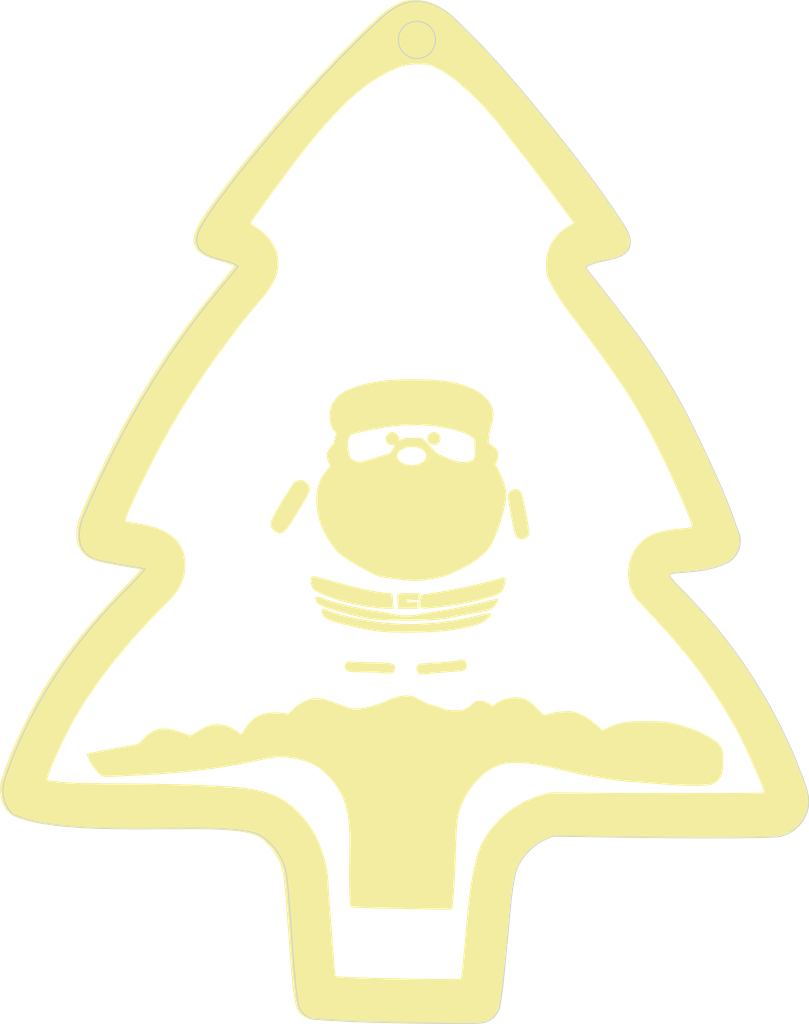
<source format=kicad_pcb>
(kicad_pcb (version 20221018) (generator pcbnew)
  (layers (0 "F.Cu" signal) (31 "B.Cu" signal) (34 "B.Paste" user) (35 "F.Paste" user) (36 "B.SilkS" user "B.Silkscreen") (37 "F.SilkS" user "F.Silkscreen") (38 "B.Mask" user) (39 "F.Mask" user) (44 "Edge.Cuts" user))
  (net 0 "")
  (footprint "LOGO" (layer "F.Cu") (at 150.76456 91.939249)
    (fp_text reference "G***" hide)
    (fp_text value "LOGO" hide)
  )
  (footprint "LOGO" (layer "F.Cu") (at 150.76456 91.939249)
    (fp_text reference "G***" hide)
    (fp_text value "LOGO" hide)
  )
  (footprint "LOGO" (layer "F.Cu") (at 150.76456 91.939249)
    (fp_text reference "G***" hide)
    (fp_text value "LOGO" hide)
  )
  (footprint "LOGO" (layer "F.Cu") (at 150.76456 91.939249)
    (fp_text reference "G***" hide)
    (fp_text value "LOGO" hide)
  )
  (footprint "LOGO" (layer "F.Cu") (at 150.76456 91.939249)
    (fp_text reference "G***" hide)
    (fp_text value "LOGO" hide)
  )
  (footprint "LOGO" (layer "F.Cu") (at 150.76456 91.939249)
    (fp_text reference "G***" hide)
    (fp_text value "LOGO" hide)
  )
  (gr_line (start 143.805779 142.106054) (end 144.11878 142.165056) (stroke (width 0.1)) (layer "Edge.Cuts"))
  (gr_line (start 132.604922 66.476062) (end 132.646726 66.621318) (stroke (width 0.1)) (layer "Edge.Cuts"))
  (gr_line (start 121.682406 96.643815) (end 121.859148 96.815265) (stroke (width 0.1)) (layer "Edge.Cuts"))
  (gr_line (start 188.583276 111.651757) (end 188.019979 110.660629) (stroke (width 0.1)) (layer "Edge.Cuts"))
  (gr_line (start 191.924695 119.003725) (end 191.759331 118.556579) (stroke (width 0.1)) (layer "Edge.Cuts"))
  (gr_line (start 184.529865 97.539958) (end 184.712162 97.416398) (stroke (width 0.1)) (layer "Edge.Cuts"))
  (gr_line (start 153.722085 44.786103) (end 153.809662 44.770784) (stroke (width 0.1)) (layer "Edge.Cuts"))
  (gr_line (start 186.843908 124.420797) (end 189.214836 124.368145) (stroke (width 0.1)) (layer "Edge.Cuts"))
  (gr_line (start 179.148247 98.600407) (end 179.283448 98.578975) (stroke (width 0.1)) (layer "Edge.Cuts"))
  (gr_line (start 142.00635 136.348199) (end 142.096837 137.46712) (stroke (width 0.1)) (layer "Edge.Cuts"))
  (gr_line (start 117.00323 122.918495) (end 117.559145 123.024593) (stroke (width 0.1)) (layer "Edge.Cuts"))
  (gr_line (start 132.988303 67.142282) (end 133.176421 67.312144) (stroke (width 0.1)) (layer "Edge.Cuts"))
  (gr_line (start 189.214836 124.368145) (end 189.56779 124.317081) (stroke (width 0.1)) (layer "Edge.Cuts"))
  (gr_line (start 155.91442 43.219216) (end 155.47627 43.043004) (stroke (width 0.1)) (layer "Edge.Cuts"))
  (gr_line (start 183.474972 104.111671) (end 182.741813 103.238282) (stroke (width 0.1)) (layer "Edge.Cuts"))
  (gr_line (start 134.816042 123.565136) (end 135.752401 123.630223) (stroke (width 0.1)) (layer "Edge.Cuts"))
  (gr_line (start 155.424147 45.348236) (end 155.48262 45.416181) (stroke (width 0.1)) (layer "Edge.Cuts"))
  (gr_line (start 153.537935 48.301512) (end 153.453533 48.272963) (stroke (width 0.1)) (layer "Edge.Cuts"))
  (gr_line (start 167.166076 124.381639) (end 167.476961 124.275276) (stroke (width 0.1)) (layer "Edge.Cuts"))
  (gr_line (start 173.836743 67.737064) (end 174.056876 67.631231) (stroke (width 0.1)) (layer "Edge.Cuts"))
  (gr_line (start 164.897277 52.204719) (end 163.130127 50.141289) (stroke (width 0.1)) (layer "Edge.Cuts"))
  (gr_line (start 154.702365 48.272963) (end 154.617963 48.301512) (stroke (width 0.1)) (layer "Edge.Cuts"))
  (gr_line (start 137.597338 123.854589) (end 138.051098 123.956189) (stroke (width 0.1)) (layer "Edge.Cuts"))
  (gr_line (start 173.3724 67.896872) (end 173.607879 67.824377) (stroke (width 0.1)) (layer "Edge.Cuts"))
  (gr_line (start 192.361257 121.082553) (end 192.360199 120.728541) (stroke (width 0.1)) (layer "Edge.Cuts"))
  (gr_line (start 162.759446 135.966935) (end 162.918725 134.449287) (stroke (width 0.1)) (layer "Edge.Cuts"))
  (gr_line (start 191.065329 116.782021) (end 190.614215 115.734537) (stroke (width 0.1)) (layer "Edge.Cuts"))
  (gr_line (start 172.005828 61.282827) (end 170.871561 59.731312) (stroke (width 0.1)) (layer "Edge.Cuts"))
  (gr_line (start 155.891401 46.660726) (end 155.884522 46.752934) (stroke (width 0.1)) (layer "Edge.Cuts"))
  (gr_line (start 149.231318 45.717726) (end 148.32274 46.598285) (stroke (width 0.1)) (layer "Edge.Cuts"))
  (gr_line (start 182.741813 103.238282) (end 181.98828 102.382356) (stroke (width 0.1)) (layer "Edge.Cuts"))
  (gr_line (start 185.666513 95.31508) (end 185.640849 95.09918) (stroke (width 0.1)) (layer "Edge.Cuts"))
  (gr_line (start 152.431449 43.164394) (end 152.178772 43.289463) (stroke (width 0.1)) (layer "Edge.Cuts"))
  (gr_line (start 174.912273 66.486645) (end 174.921004 66.308845) (stroke (width 0.1)) (layer "Edge.Cuts"))
  (gr_line (start 142.341576 139.698084) (end 142.508528 140.80801) (stroke (width 0.1)) (layer "Edge.Cuts"))
  (gr_line (start 190.614215 115.734537) (end 190.140347 114.697372) (stroke (width 0.1)) (layer "Edge.Cuts"))
  (gr_line (start 134.213587 62.898635) (end 133.776231 63.53628) (stroke (width 0.1)) (layer "Edge.Cuts"))
  (gr_line (start 150.151537 44.849047) (end 149.231318 45.717726) (stroke (width 0.1)) (layer "Edge.Cuts"))
  (gr_line (start 152.340432 46.039062) (end 152.368214 45.954898) (stroke (width 0.1)) (layer "Edge.Cuts"))
  (gr_line (start 154.082976 42.809377) (end 153.791141 42.81197) (stroke (width 0.1)) (layer "Edge.Cuts"))
  (gr_line (start 154.773009 44.889185) (end 154.853971 44.925088) (stroke (width 0.1)) (layer "Edge.Cuts"))
  (gr_line (start 144.11878 142.165056) (end 144.280176 142.173258) (stroke (width 0.1)) (layer "Edge.Cuts"))
  (gr_line (start 121.306434 123.434432) (end 122.669566 123.501107) (stroke (width 0.1)) (layer "Edge.Cuts"))
  (gr_line (start 176.632591 76.792947) (end 175.712636 75.49014) (stroke (width 0.1)) (layer "Edge.Cuts"))
  (gr_line (start 155.583691 47.582534) (end 155.533155 47.653706) (stroke (width 0.1)) (layer "Edge.Cuts"))
  (gr_line (start 185.405105 96.581374) (end 185.495064 96.382407) (stroke (width 0.1)) (layer "Edge.Cuts"))
  (gr_line (start 146.536804 48.389909) (end 144.790557 50.220797) (stroke (width 0.1)) (layer "Edge.Cuts"))
  (gr_line (start 155.158506 45.10736) (end 155.228885 45.162287) (stroke (width 0.1)) (layer "Edge.Cuts"))
  (gr_line (start 124.067358 123.541323) (end 125.484993 123.560373) (stroke (width 0.1)) (layer "Edge.Cuts"))
  (gr_line (start 168.859407 124.296443) (end 169.551292 124.310731) (stroke (width 0.1)) (layer "Edge.Cuts"))
  (gr_line (start 152.991571 48.022376) (end 152.92278 47.968481) (stroke (width 0.1)) (layer "Edge.Cuts"))
  (gr_line (start 153.712031 48.346252) (end 153.624189 48.325985) (stroke (width 0.1)) (layer "Edge.Cuts"))
  (gr_line (start 132.875061 67.022955) (end 132.988303 67.142282) (stroke (width 0.1)) (layer "Edge.Cuts"))
  (gr_line (start 121.264894 93.723613) (end 121.155886 94.190073) (stroke (width 0.1)) (layer "Edge.Cuts"))
  (gr_line (start 163.130127 50.141289) (end 162.232397 49.12066) (stroke (width 0.1)) (layer "Edge.Cuts"))
  (gr_line (start 155.0196 48.120246) (end 154.9434 48.163955) (stroke (width 0.1)) (layer "Edge.Cuts"))
  (gr_line (start 164.738792 126.060683) (end 164.962629 125.816737) (stroke (width 0.1)) (layer "Edge.Cuts"))
  (gr_line (start 125.049754 97.800837) (end 125.668879 97.904024) (stroke (width 0.1)) (layer "Edge.Cuts"))
  (gr_line (start 162.232397 49.12066) (end 161.321438 48.111938) (stroke (width 0.1)) (layer "Edge.Cuts"))
  (gr_line (start 153.791141 42.81197) (end 153.505921 42.839883) (stroke (width 0.1)) (layer "Edge.Cuts"))
  (gr_line (start 123.020932 103.05572) (end 122.16871 104.054256) (stroke (width 0.1)) (layer "Edge.Cuts"))
  (gr_line (start 161.972577 141.465234) (end 162.108308 141.164138) (stroke (width 0.1)) (layer "Edge.Cuts"))
  (gr_line (start 152.519555 45.634753) (end 152.566915 45.559611) (stroke (width 0.1)) (layer "Edge.Cuts"))
  (gr_line (start 152.343607 47.107263) (end 152.319266 47.021089) (stroke (width 0.1)) (layer "Edge.Cuts"))
  (gr_line (start 182.709798 98.193478) (end 183.33395 98.025203) (stroke (width 0.1)) (layer "Edge.Cuts"))
  (gr_line (start 152.676717 47.722313) (end 152.622742 47.653706) (stroke (width 0.1)) (layer "Edge.Cuts"))
  (gr_line (start 153.549841 44.829415) (end 153.635302 44.805682) (stroke (width 0.1)) (layer "Edge.Cuts"))
  (gr_line (start 190.552038 123.941373) (end 190.848107 123.750608) (stroke (width 0.1)) (layer "Edge.Cuts"))
  (gr_line (start 178.782857 98.849379) (end 178.823074 98.755188) (stroke (width 0.1)) (layer "Edge.Cuts"))
  (gr_line (start 139.846294 125.081725) (end 140.216181 125.505587) (stroke (width 0.1)) (layer "Edge.Cuts"))
  (gr_line (start 192.360199 120.728541) (end 192.317336 120.373206) (stroke (width 0.1)) (layer "Edge.Cuts"))
  (gr_line (start 174.719392 65.419317) (end 174.55879 65.077741) (stroke (width 0.1)) (layer "Edge.Cuts"))
  (gr_line (start 167.476961 124.275276) (end 168.859407 124.296443) (stroke (width 0.1)) (layer "Edge.Cuts"))
  (gr_line (start 121.412267 93.28123) (end 121.264894 93.723613) (stroke (width 0.1)) (layer "Edge.Cuts"))
  (gr_line (start 170.622059 68.756238) (end 170.681591 68.699353) (stroke (width 0.1)) (layer "Edge.Cuts"))
  (gr_line (start 174.55879 65.077741) (end 174.374375 64.753362) (stroke (width 0.1)) (layer "Edge.Cuts"))
  (gr_line (start 154.9434 48.163955) (end 154.865083 48.204066) (stroke (width 0.1)) (layer "Edge.Cuts"))
  (gr_line (start 113.721263 120.62165) (end 113.779656 120.842312) (stroke (width 0.1)) (layer "Edge.Cuts"))
  (gr_line (start 153.382889 44.889185) (end 153.465704 44.857276) (stroke (width 0.1)) (layer "Edge.Cuts"))
  (gr_line (start 169.551292 124.310731) (end 170.243706 124.314435) (stroke (width 0.1)) (layer "Edge.Cuts"))
  (gr_line (start 163.862757 127.455299) (end 164.001928 127.154469) (stroke (width 0.1)) (layer "Edge.Cuts"))
  (gr_line (start 139.756336 55.902108) (end 138.134707 57.844623) (stroke (width 0.1)) (layer "Edge.Cuts"))
  (gr_line (start 162.623186 137.488287) (end 162.759446 135.966935) (stroke (width 0.1)) (layer "Edge.Cuts"))
  (gr_line (start 125.83583 84.076123) (end 125.14421 85.361732) (stroke (width 0.1)) (layer "Edge.Cuts"))
  (gr_line (start 155.873938 46.299068) (end 155.885051 46.387756) (stroke (width 0.1)) (layer "Edge.Cuts"))
  (gr_line (start 165.200754 125.585756) (end 165.451314 125.368533) (stroke (width 0.1)) (layer "Edge.Cuts"))
  (gr_line (start 140.82287 126.453324) (end 141.053851 126.964498) (stroke (width 0.1)) (layer "Edge.Cuts"))
  (gr_line (start 165.987359 124.976951) (end 166.269934 124.803913) (stroke (width 0.1)) (layer "Edge.Cuts"))
  (gr_line (start 153.062744 48.072991) (end 152.991571 48.022376) (stroke (width 0.1)) (layer "Edge.Cuts"))
  (gr_line (start 119.766826 107.176335) (end 119.02176 108.257951) (stroke (width 0.1)) (layer "Edge.Cuts"))
  (gr_line (start 154.263686 48.373796) (end 154.171347 48.380807) (stroke (width 0.1)) (layer "Edge.Cuts"))
  (gr_line (start 152.733867 47.788194) (end 152.676717 47.722313) (stroke (width 0.1)) (layer "Edge.Cuts"))
  (gr_line (start 160.721893 142.468268) (end 160.882759 142.41932) (stroke (width 0.1)) (layer "Edge.Cuts"))
  (gr_line (start 115.96453 122.667935) (end 116.470968 122.799697) (stroke (width 0.1)) (layer "Edge.Cuts"))
  (gr_line (start 124.472434 86.657924) (end 123.820766 87.964699) (stroke (width 0.1)) (layer "Edge.Cuts"))
  (gr_line (start 118.306063 109.358616) (end 117.621322 110.478596) (stroke (width 0.1)) (layer "Edge.Cuts"))
  (gr_line (start 152.271376 46.752934) (end 152.264497 46.660726) (stroke (width 0.1)) (layer "Edge.Cuts"))
  (gr_line (start 155.839278 46.124576) (end 155.858593 46.211306) (stroke (width 0.1)) (layer "Edge.Cuts"))
  (gr_line (start 169.711629 58.198662) (end 168.530266 56.682469) (stroke (width 0.1)) (layer "Edge.Cuts"))
  (gr_line (start 155.87288 46.843818) (end 155.857005 46.933221) (stroke (width 0.1)) (layer "Edge.Cuts"))
  (gr_line (start 160.882759 142.41932) (end 161.037276 142.357143) (stroke (width 0.1)) (layer "Edge.Cuts"))
  (gr_line (start 117.559145 123.024593) (end 118.737069 123.201863) (stroke (width 0.1)) (layer "Edge.Cuts"))
  (gr_line (start 174.180965 64.452002) (end 173.110727 62.855243) (stroke (width 0.1)) (layer "Edge.Cuts"))
  (gr_line (start 184.238823 97.682039) (end 184.529865 97.539958) (stroke (width 0.1)) (layer "Edge.Cuts"))
  (gr_line (start 138.051098 123.956189) (end 138.501154 124.084512) (stroke (width 0.1)) (layer "Edge.Cuts"))
  (gr_line (start 180.60848 100.901485) (end 179.981683 100.27654) (stroke (width 0.1)) (layer "Edge.Cuts"))
  (gr_line (start 126.909508 123.564606) (end 129.72229 123.547409) (stroke (width 0.1)) (layer "Edge.Cuts"))
  (gr_line (start 164.001928 127.154469) (end 164.159884 126.864221) (stroke (width 0.1)) (layer "Edge.Cuts"))
  (gr_line (start 133.904024 71.979124) (end 133.457408 72.53369) (stroke (width 0.1)) (layer "Edge.Cuts"))
  (gr_line (start 134.271001 67.85745) (end 134.751484 67.991329) (stroke (width 0.1)) (layer "Edge.Cuts"))
  (gr_line (start 132.705199 66.761282) (end 132.781134 66.89569) (stroke (width 0.1)) (layer "Edge.Cuts"))
  (gr_line (start 152.264233 46.477212) (end 152.270847 46.387756) (stroke (width 0.1)) (layer "Edge.Cuts"))
  (gr_line (start 139.64574 124.884876) (end 139.846294 125.081725) (stroke (width 0.1)) (layer "Edge.Cuts"))
  (gr_line (start 140.216181 125.505587) (end 140.542941 125.964903) (stroke (width 0.1)) (layer "Edge.Cuts"))
  (gr_line (start 132.781134 66.89569) (end 132.875061 67.022955) (stroke (width 0.1)) (layer "Edge.Cuts"))
  (gr_line (start 155.422031 47.788194) (end 155.36197 47.851271) (stroke (width 0.1)) (layer "Edge.Cuts"))
  (gr_line (start 156.7423 43.682236) (end 156.336694 43.43419) (stroke (width 0.1)) (layer "Edge.Cuts"))
  (gr_line (start 152.856898 47.911384) (end 152.793928 47.851271) (stroke (width 0.1)) (layer "Edge.Cuts"))
  (gr_line (start 152.262116 46.567276) (end 152.264233 46.477212) (stroke (width 0.1)) (layer "Edge.Cuts"))
  (gr_line (start 155.885051 46.387756) (end 155.891665 46.477212) (stroke (width 0.1)) (layer "Edge.Cuts"))
  (gr_line (start 123.820766 87.964699) (end 123.19 89.281) (stroke (width 0.1)) (layer "Edge.Cuts"))
  (gr_line (start 170.681591 68.699353) (end 170.836107 68.598547) (stroke (width 0.1)) (layer "Edge.Cuts"))
  (gr_line (start 132.578464 66.327366) (end 132.604922 66.476062) (stroke (width 0.1)) (layer "Edge.Cuts"))
  (gr_line (start 153.892212 48.373796) (end 153.80146 48.362233) (stroke (width 0.1)) (layer "Edge.Cuts"))
  (gr_line (start 181.98828 102.382356) (end 181.214111 101.544422) (stroke (width 0.1)) (layer "Edge.Cuts"))
  (gr_line (start 185.62127 95.964895) (end 185.656195 95.749789) (stroke (width 0.1)) (layer "Edge.Cuts"))
  (gr_line (start 167.330911 55.179717) (end 164.897277 52.204719) (stroke (width 0.1)) (layer "Edge.Cuts"))
  (gr_line (start 152.572207 47.582534) (end 152.524847 47.508847) (stroke (width 0.1)) (layer "Edge.Cuts"))
  (gr_line (start 179.366263 99.642599) (end 179.073634 99.3124) (stroke (width 0.1)) (layer "Edge.Cuts"))
  (gr_line (start 171.442267 69.917228) (end 170.649576 68.919486) (stroke (width 0.1)) (layer "Edge.Cuts"))
  (gr_line (start 191.410346 117.668903) (end 191.065329 116.782021) (stroke (width 0.1)) (layer "Edge.Cuts"))
  (gr_line (start 125.14421 85.361732) (end 124.472434 86.657924) (stroke (width 0.1)) (layer "Edge.Cuts"))
  (gr_line (start 170.243706 124.314435) (end 174.986621 124.382697) (stroke (width 0.1)) (layer "Edge.Cuts"))
  (gr_line (start 182.073476 98.320742) (end 182.709798 98.193478) (stroke (width 0.1)) (layer "Edge.Cuts"))
  (gr_line (start 190.848107 123.750608) (end 191.124067 123.531534) (stroke (width 0.1)) (layer "Edge.Cuts"))
  (gr_line (start 122.030862 96.943059) (end 122.21025 97.054977) (stroke (width 0.1)) (layer "Edge.Cuts"))
  (gr_line (start 153.809662 44.770784) (end 153.898297 44.759751) (stroke (width 0.1)) (layer "Edge.Cuts"))
  (gr_line (start 136.17838 68.431066) (end 136.397455 68.543249) (stroke (width 0.1)) (layer "Edge.Cuts"))
  (gr_line (start 152.372182 47.191612) (end 152.343607 47.107263) (stroke (width 0.1)) (layer "Edge.Cuts"))
  (gr_line (start 152.298893 46.933221) (end 152.283018 46.843818) (stroke (width 0.1)) (layer "Edge.Cuts"))
  (gr_line (start 192.134509 122.106754) (end 192.245634 121.774438) (stroke (width 0.1)) (layer "Edge.Cuts"))
  (gr_line (start 126.909508 98.09373) (end 127.525987 98.211999) (stroke (width 0.1)) (layer "Edge.Cuts"))
  (gr_line (start 155.674707 47.432806) (end 155.630787 47.508847) (stroke (width 0.1)) (layer "Edge.Cuts"))
  (gr_line (start 152.28196 46.299068) (end 152.297305 46.211306) (stroke (width 0.1)) (layer "Edge.Cuts"))
  (gr_line (start 174.841894 65.772271) (end 174.719392 65.419317) (stroke (width 0.1)) (layer "Edge.Cuts"))
  (gr_line (start 168.530266 56.682469) (end 167.330911 55.179717) (stroke (width 0.1)) (layer "Edge.Cuts"))
  (gr_line (start 113.637549 119.710955) (end 113.649428 120.170007) (stroke (width 0.1)) (layer "Edge.Cuts"))
  (gr_line (start 154.433813 44.786103) (end 154.520596 44.805682) (stroke (width 0.1)) (layer "Edge.Cuts"))
  (gr_line (start 132.394578 123.53365) (end 133.64341 123.540794) (stroke (width 0.1)) (layer "Edge.Cuts"))
  (gr_line (start 174.763842 74.207442) (end 173.787795 72.946174) (stroke (width 0.1)) (layer "Edge.Cuts"))
  (gr_line (start 133.022434 73.096458) (end 132.135552 74.256919) (stroke (width 0.1)) (layer "Edge.Cuts"))
  (gr_line (start 192.245634 121.774438) (end 192.322628 121.432068) (stroke (width 0.1)) (layer "Edge.Cuts"))
  (gr_line (start 127.212985 98.599084) (end 126.883844 98.973733) (stroke (width 0.1)) (layer "Edge.Cuts"))
  (gr_line (start 132.568674 66.021244) (end 132.578464 66.327366) (stroke (width 0.1)) (layer "Edge.Cuts"))
  (gr_line (start 170.871561 59.731312) (end 169.711629 58.198662) (stroke (width 0.1)) (layer "Edge.Cuts"))
  (gr_line (start 162.362043 139.763171) (end 162.463907 139.006993) (stroke (width 0.1)) (layer "Edge.Cuts"))
  (gr_line (start 117.621322 110.478596) (end 116.968093 111.617097) (stroke (width 0.1)) (layer "Edge.Cuts"))
  (gr_line (start 115.213167 115.138167) (end 114.700008 116.345459) (stroke (width 0.1)) (layer "Edge.Cuts"))
  (gr_line (start 153.987991 44.753083) (end 154.077949 44.750861) (stroke (width 0.1)) (layer "Edge.Cuts"))
  (gr_line (start 191.989253 122.427164) (end 192.134509 122.106754) (stroke (width 0.1)) (layer "Edge.Cuts"))
  (gr_line (start 134.815513 70.885602) (end 133.904024 71.979124) (stroke (width 0.1)) (layer "Edge.Cuts"))
  (gr_line (start 114.618358 122.185335) (end 115.036425 122.361018) (stroke (width 0.1)) (layer "Edge.Cuts"))
  (gr_line (start 155.751172 47.274083) (end 155.714659 47.354516) (stroke (width 0.1)) (layer "Edge.Cuts"))
  (gr_line (start 141.855008 134.107181) (end 142.00635 136.348199) (stroke (width 0.1)) (layer "Edge.Cuts"))
  (gr_line (start 177.520797 78.117185) (end 176.632591 76.792947) (stroke (width 0.1)) (layer "Edge.Cuts"))
  (gr_line (start 163.428312 129.420622) (end 163.568277 128.590625) (stroke (width 0.1)) (layer "Edge.Cuts"))
  (gr_line (start 161.794248 141.741194) (end 161.972577 141.465234) (stroke (width 0.1)) (layer "Edge.Cuts"))
  (gr_line (start 173.607879 67.824377) (end 173.836743 67.737064) (stroke (width 0.1)) (layer "Edge.Cuts"))
  (gr_line (start 149.067276 142.410854) (end 150.610853 142.450276) (stroke (width 0.1)) (layer "Edge.Cuts"))
  (gr_line (start 171.89682 68.205376) (end 172.391061 68.10457) (stroke (width 0.1)) (layer "Edge.Cuts"))
  (gr_line (start 155.787684 45.954898) (end 155.815466 46.039062) (stroke (width 0.1)) (layer "Edge.Cuts"))
  (gr_line (start 114.045774 121.469638) (end 114.165683 121.663313) (stroke (width 0.1)) (layer "Edge.Cuts"))
  (gr_line (start 154.865083 48.204066) (end 154.78465 48.240446) (stroke (width 0.1)) (layer "Edge.Cuts"))
  (gr_line (start 136.17203 69.237779) (end 135.726208 69.79208) (stroke (width 0.1)) (layer "Edge.Cuts"))
  (gr_line (start 154.322424 42.813055) (end 154.082976 42.809377) (stroke (width 0.1)) (layer "Edge.Cuts"))
  (gr_line (start 152.955588 42.962862) (end 152.690476 43.054857) (stroke (width 0.1)) (layer "Edge.Cuts"))
  (gr_line (start 155.893782 46.567276) (end 155.891401 46.660726) (stroke (width 0.1)) (layer "Edge.Cuts"))
  (gr_line (start 166.860483 124.505728) (end 167.166076 124.381639) (stroke (width 0.1)) (layer "Edge.Cuts"))
  (gr_line (start 153.465704 44.857276) (end 153.549841 44.829415) (stroke (width 0.1)) (layer "Edge.Cuts"))
  (gr_line (start 161.57676 141.987256) (end 161.794248 141.741194) (stroke (width 0.1)) (layer "Edge.Cuts"))
  (gr_line (start 155.48262 45.416181) (end 155.537653 45.486692) (stroke (width 0.1)) (layer "Edge.Cuts"))
  (gr_line (start 174.267219 67.503967) (end 174.466186 67.352096) (stroke (width 0.1)) (layer "Edge.Cuts"))
  (gr_line (start 152.270847 46.387756) (end 152.28196 46.299068) (stroke (width 0.1)) (layer "Edge.Cuts"))
  (gr_line (start 152.297305 46.211306) (end 152.31662 46.124576) (stroke (width 0.1)) (layer "Edge.Cuts"))
  (gr_line (start 133.80851 67.688381) (end 134.271001 67.85745) (stroke (width 0.1)) (layer "Edge.Cuts"))
  (gr_line (start 129.610636 77.833552) (end 128.812918 79.055131) (stroke (width 0.1)) (layer "Edge.Cuts"))
  (gr_line (start 179.730065 124.439582) (end 182.101522 124.452018) (stroke (width 0.1)) (layer "Edge.Cuts"))
  (gr_line (start 164.336096 126.585086) (end 164.529507 126.316799) (stroke (width 0.1)) (layer "Edge.Cuts"))
  (gr_line (start 128.036632 80.291263) (end 127.282306 81.540359) (stroke (width 0.1)) (layer "Edge.Cuts"))
  (gr_line (start 178.905889 98.684544) (end 179.018336 98.634273) (stroke (width 0.1)) (layer "Edge.Cuts"))
  (gr_line (start 152.404726 47.274083) (end 152.372182 47.191612) (stroke (width 0.1)) (layer "Edge.Cuts"))
  (gr_line (start 184.881231 97.276433) (end 185.035218 97.121388) (stroke (width 0.1)) (layer "Edge.Cuts"))
  (gr_line (start 125.484993 123.560373) (end 126.909508 123.564606) (stroke (width 0.1)) (layer "Edge.Cuts"))
  (gr_line (start 155.164327 48.022376) (end 155.093154 48.072991) (stroke (width 0.1)) (layer "Edge.Cuts"))
  (gr_line (start 191.609312 123.01983) (end 191.81357 122.732758) (stroke (width 0.1)) (layer "Edge.Cuts"))
  (gr_line (start 113.941925 121.266968) (end 114.045774 121.469638) (stroke (width 0.1)) (layer "Edge.Cuts"))
  (gr_line (start 153.624189 48.325985) (end 153.537935 48.301512) (stroke (width 0.1)) (layer "Edge.Cuts"))
  (gr_line (start 163.225112 131.090141) (end 163.316658 130.253529) (stroke (width 0.1)) (layer "Edge.Cuts"))
  (gr_line (start 135.717741 68.252737) (end 135.951368 68.335551) (stroke (width 0.1)) (layer "Edge.Cuts"))
  (gr_line (start 160.394868 47.117688) (end 159.450042 46.141006) (stroke (width 0.1)) (layer "Edge.Cuts"))
  (gr_line (start 119.990663 123.336536) (end 121.306434 123.434432) (stroke (width 0.1)) (layer "Edge.Cuts"))
  (gr_line (start 174.911214 66.129987) (end 174.883698 65.9506) (stroke (width 0.1)) (layer "Edge.Cuts"))
  (gr_line (start 171.417396 68.33952) (end 171.89682 68.205376) (stroke (width 0.1)) (layer "Edge.Cuts"))
  (gr_line (start 124.642561 97.706116) (end 125.049754 97.800837) (stroke (width 0.1)) (layer "Edge.Cuts"))
  (gr_line (start 116.470968 122.799697) (end 117.00323 122.918495) (stroke (width 0.1)) (layer "Edge.Cuts"))
  (gr_line (start 154.077949 48.383188) (end 153.984551 48.380807) (stroke (width 0.1)) (layer "Edge.Cuts"))
  (gr_line (start 153.453533 48.272963) (end 153.371248 48.240446) (stroke (width 0.1)) (layer "Edge.Cuts"))
  (gr_line (start 155.836632 47.021089) (end 155.812291 47.107263) (stroke (width 0.1)) (layer "Edge.Cuts"))
  (gr_line (start 155.815466 46.039062) (end 155.839278 46.124576) (stroke (width 0.1)) (layer "Edge.Cuts"))
  (gr_line (start 133.357131 64.185831) (end 132.961315 64.849405) (stroke (width 0.1)) (layer "Edge.Cuts"))
  (gr_line (start 178.375664 79.463912) (end 177.520797 78.117185) (stroke (width 0.1)) (layer "Edge.Cuts"))
  (gr_line (start 155.812291 47.107263) (end 155.783716 47.191612) (stroke (width 0.1)) (layer "Edge.Cuts"))
  (gr_line (start 143.234279 141.832211) (end 143.508123 141.992812) (stroke (width 0.1)) (layer "Edge.Cuts"))
  (gr_line (start 155.362235 45.282963) (end 155.424147 45.348236) (stroke (width 0.1)) (layer "Edge.Cuts"))
  (gr_line (start 133.457408 72.53369) (end 133.022434 73.096458) (stroke (width 0.1)) (layer "Edge.Cuts"))
  (gr_line (start 139.435397 124.699403) (end 139.64574 124.884876) (stroke (width 0.1)) (layer "Edge.Cuts"))
  (gr_line (start 155.679999 45.712011) (end 155.719951 45.791227) (stroke (width 0.1)) (layer "Edge.Cuts"))
  (gr_line (start 155.085481 45.05611) (end 155.158506 45.10736) (stroke (width 0.1)) (layer "Edge.Cuts"))
  (gr_line (start 172.886625 68.010379) (end 173.3724 67.896872) (stroke (width 0.1)) (layer "Edge.Cuts"))
  (gr_line (start 152.622742 47.653706) (end 152.572207 47.582534) (stroke (width 0.1)) (layer "Edge.Cuts"))
  (gr_line (start 144.280176 142.173258) (end 144.442365 142.165056) (stroke (width 0.1)) (layer "Edge.Cuts"))
  (gr_line (start 181.432392 98.41414) (end 182.073476 98.320742) (stroke (width 0.1)) (layer "Edge.Cuts"))
  (gr_line (start 116.348493 112.773589) (end 115.762997 113.947014) (stroke (width 0.1)) (layer "Edge.Cuts"))
  (gr_line (start 154.520596 44.805682) (end 154.606057 44.829415) (stroke (width 0.1)) (layer "Edge.Cuts"))
  (gr_line (start 189.56779 124.317081) (end 189.909366 124.227122) (stroke (width 0.1)) (layer "Edge.Cuts"))
  (gr_line (start 179.973481 82.223513) (end 179.194019 80.832335) (stroke (width 0.1)) (layer "Edge.Cuts"))
  (gr_line (start 123.19 89.281) (end 122.57802 90.605767) (stroke (width 0.1)) (layer "Edge.Cuts"))
  (gr_line (start 174.986621 124.382697) (end 179.730065 124.439582) (stroke (width 0.1)) (layer "Edge.Cuts"))
  (gr_line (start 173.110727 62.855243) (end 172.005828 61.282827) (stroke (width 0.1)) (layer "Edge.Cuts"))
  (gr_line (start 170.649576 68.919486) (end 170.594543 68.868686) (stroke (width 0.1)) (layer "Edge.Cuts"))
  (gr_line (start 152.475899 45.712011) (end 152.519555 45.634753) (stroke (width 0.1)) (layer "Edge.Cuts"))
  (gr_line (start 154.346236 44.770784) (end 154.433813 44.786103) (stroke (width 0.1)) (layer "Edge.Cuts"))
  (gr_line (start 183.942226 97.810097) (end 184.238823 97.682039) (stroke (width 0.1)) (layer "Edge.Cuts"))
  (gr_line (start 120.540995 106.115093) (end 119.766826 107.176335) (stroke (width 0.1)) (layer "Edge.Cuts"))
  (gr_line (start 178.79688 98.969765) (end 178.782857 98.849379) (stroke (width 0.1)) (layer "Edge.Cuts"))
  (gr_line (start 156.336694 43.43419) (end 155.91442 43.219216) (stroke (width 0.1)) (layer "Edge.Cuts"))
  (gr_line (start 157.129385 43.957694) (end 156.7423 43.682236) (stroke (width 0.1)) (layer "Edge.Cuts"))
  (gr_line (start 141.053851 126.964498) (end 141.233767 127.492606) (stroke (width 0.1)) (layer "Edge.Cuts"))
  (gr_line (start 179.073634 99.3124) (end 178.79688 98.969765) (stroke (width 0.1)) (layer "Edge.Cuts"))
  (gr_line (start 164.529507 126.316799) (end 164.738792 126.060683) (stroke (width 0.1)) (layer "Edge.Cuts"))
  (gr_line (start 155.47627 43.043004) (end 155.024098 42.911744) (stroke (width 0.1)) (layer "Edge.Cuts"))
  (gr_line (start 161.321438 48.111938) (end 160.394868 47.117688) (stroke (width 0.1)) (layer "Edge.Cuts"))
  (gr_line (start 178.823074 98.755188) (end 178.905889 98.684544) (stroke (width 0.1)) (layer "Edge.Cuts"))
  (gr_line (start 189.124349 112.65532) (end 188.583276 111.651757) (stroke (width 0.1)) (layer "Edge.Cuts"))
  (gr_line (start 113.677845 120.396754) (end 113.721263 120.62165) (stroke (width 0.1)) (layer "Edge.Cuts"))
  (gr_line (start 122.21025 97.054977) (end 122.585693 97.235952) (stroke (width 0.1)) (layer "Edge.Cuts"))
  (gr_line (start 152.673013 45.416181) (end 152.731751 45.348236) (stroke (width 0.1)) (layer "Edge.Cuts"))
  (gr_line (start 155.714659 47.354516) (end 155.674707 47.432806) (stroke (width 0.1)) (layer "Edge.Cuts"))
  (gr_line (start 190.238508 124.100916) (end 190.552038 123.941373) (stroke (width 0.1)) (layer "Edge.Cuts"))
  (gr_line (start 174.882904 66.662328) (end 174.912273 66.486645) (stroke (width 0.1)) (layer "Edge.Cuts"))
  (gr_line (start 153.984551 48.380807) (end 153.892212 48.373796) (stroke (width 0.1)) (layer "Edge.Cuts"))
  (gr_line (start 115.036425 122.361018) (end 115.486005 122.52162) (stroke (width 0.1)) (layer "Edge.Cuts"))
  (gr_line (start 179.018336 98.634273) (end 179.148247 98.600407) (stroke (width 0.1)) (layer "Edge.Cuts"))
  (gr_line (start 147.524228 142.355291) (end 149.067276 142.410854) (stroke (width 0.1)) (layer "Edge.Cuts"))
  (gr_line (start 127.525987 98.211999) (end 127.212985 98.599084) (stroke (width 0.1)) (layer "Edge.Cuts"))
  (gr_line (start 152.690476 43.054857) (end 152.431449 43.164394) (stroke (width 0.1)) (layer "Edge.Cuts"))
  (gr_line (start 135.726208 69.79208) (end 134.815513 70.885602) (stroke (width 0.1)) (layer "Edge.Cuts"))
  (gr_line (start 152.731751 45.348236) (end 152.793663 45.282963) (stroke (width 0.1)) (layer "Edge.Cuts"))
  (gr_line (start 174.652188 67.171121) (end 174.754581 67.005228) (stroke (width 0.1)) (layer "Edge.Cuts"))
  (gr_line (start 133.376975 67.457929) (end 133.588112 67.582548) (stroke (width 0.1)) (layer "Edge.Cuts"))
  (gr_line (start 114.224076 117.569156) (end 113.787911 118.808198) (stroke (width 0.1)) (layer "Edge.Cuts"))
  (gr_line (start 153.371248 48.240446) (end 153.290815 48.204066) (stroke (width 0.1)) (layer "Edge.Cuts"))
  (gr_line (start 125.488433 100.405392) (end 124.794961 101.124529) (stroke (width 0.1)) (layer "Edge.Cuts"))
  (gr_line (start 154.853971 44.925088) (end 154.933081 44.964908) (stroke (width 0.1)) (layer "Edge.Cuts"))
  (gr_line (start 132.135552 74.256919) (end 131.271688 75.433784) (stroke (width 0.1)) (layer "Edge.Cuts"))
  (gr_line (start 151.931916 43.429507) (end 151.455402 43.744731) (stroke (width 0.1)) (layer "Edge.Cuts"))
  (gr_line (start 153.301927 44.925088) (end 153.382889 44.889185) (stroke (width 0.1)) (layer "Edge.Cuts"))
  (gr_line (start 142.620711 141.110164) (end 142.783959 141.384272) (stroke (width 0.1)) (layer "Edge.Cuts"))
  (gr_line (start 113.779656 120.842312) (end 113.853025 121.057683) (stroke (width 0.1)) (layer "Edge.Cuts"))
  (gr_line (start 154.558961 42.832184) (end 154.322424 42.813055) (stroke (width 0.1)) (layer "Edge.Cuts"))
  (gr_line (start 184.879114 105.907395) (end 184.187759 105.001463) (stroke (width 0.1)) (layer "Edge.Cuts"))
  (gr_line (start 152.368214 45.954898) (end 152.400228 45.872216) (stroke (width 0.1)) (layer "Edge.Cuts"))
  (gr_line (start 152.524847 47.508847) (end 152.481191 47.432806) (stroke (width 0.1)) (layer "Edge.Cuts"))
  (gr_line (start 127.282306 81.540359) (end 126.548882 82.802156) (stroke (width 0.1)) (layer "Edge.Cuts"))
  (gr_line (start 115.486005 122.52162) (end 115.96453 122.667935) (stroke (width 0.1)) (layer "Edge.Cuts"))
  (gr_line (start 185.523374 94.676905) (end 185.431034 94.474499) (stroke (width 0.1)) (layer "Edge.Cuts"))
  (gr_line (start 140.542941 125.964903) (end 140.82287 126.453324) (stroke (width 0.1)) (layer "Edge.Cuts"))
  (gr_line (start 191.124067 123.531534) (end 191.379389 123.287588) (stroke (width 0.1)) (layer "Edge.Cuts"))
  (gr_line (start 162.463907 139.006993) (end 162.623186 137.488287) (stroke (width 0.1)) (layer "Edge.Cuts"))
  (gr_line (start 174.754581 67.005228) (end 174.830517 66.835895) (stroke (width 0.1)) (layer "Edge.Cuts"))
  (gr_line (start 121.859148 96.815265) (end 122.030862 96.943059) (stroke (width 0.1)) (layer "Edge.Cuts"))
  (gr_line (start 145.982768 142.275122) (end 147.524228 142.355291) (stroke (width 0.1)) (layer "Edge.Cuts"))
  (gr_line (start 136.607269 68.674482) (end 136.17203 69.237779) (stroke (width 0.1)) (layer "Edge.Cuts"))
  (gr_line (start 189.909366 124.227122) (end 190.238508 124.100916) (stroke (width 0.1)) (layer "Edge.Cuts"))
  (gr_line (start 141.698904 131.866956) (end 141.855008 134.107181) (stroke (width 0.1)) (layer "Edge.Cuts"))
  (gr_line (start 186.199384 107.765562) (end 185.549832 106.828673) (stroke (width 0.1)) (layer "Edge.Cuts"))
  (gr_line (start 142.990863 141.627159) (end 143.234279 141.832211) (stroke (width 0.1)) (layer "Edge.Cuts"))
  (gr_line (start 122.16871 104.054256) (end 121.341888 105.074224) (stroke (width 0.1)) (layer "Edge.Cuts"))
  (gr_line (start 179.981683 100.27654) (end 179.366263 99.642599) (stroke (width 0.1)) (layer "Edge.Cuts"))
  (gr_line (start 151.001113 44.095594) (end 150.566403 44.46818) (stroke (width 0.1)) (layer "Edge.Cuts"))
  (gr_line (start 154.690194 44.857276) (end 154.773009 44.889185) (stroke (width 0.1)) (layer "Edge.Cuts"))
  (gr_line (start 163.316658 130.253529) (end 163.428312 129.420622) (stroke (width 0.1)) (layer "Edge.Cuts"))
  (gr_line (start 155.636343 45.634753) (end 155.679999 45.712011) (stroke (width 0.1)) (layer "Edge.Cuts"))
  (gr_line (start 142.508528 140.80801) (end 142.620711 141.110164) (stroke (width 0.1)) (layer "Edge.Cuts"))
  (gr_line (start 155.858593 46.211306) (end 155.873938 46.299068) (stroke (width 0.1)) (layer "Edge.Cuts"))
  (gr_line (start 153.505921 42.839883) (end 153.227315 42.891027) (stroke (width 0.1)) (layer "Edge.Cuts"))
  (gr_line (start 172.225962 70.925025) (end 171.442267 69.917228) (stroke (width 0.1)) (layer "Edge.Cuts"))
  (gr_line (start 144.442365 142.165056) (end 145.982768 142.275122) (stroke (width 0.1)) (layer "Edge.Cuts"))
  (gr_line (start 153.070417 45.05611) (end 153.145558 45.008617) (stroke (width 0.1)) (layer "Edge.Cuts"))
  (gr_line (start 116.968093 111.617097) (end 116.348493 112.773589) (stroke (width 0.1)) (layer "Edge.Cuts"))
  (gr_line (start 152.319266 47.021089) (end 152.298893 46.933221) (stroke (width 0.1)) (layer "Edge.Cuts"))
  (gr_line (start 192.322628 121.432068) (end 192.361257 121.082553) (stroke (width 0.1)) (layer "Edge.Cuts"))
  (gr_line (start 162.918725 134.449287) (end 163.074829 132.768126) (stroke (width 0.1)) (layer "Edge.Cuts"))
  (gr_line (start 121.404065 96.261228) (end 121.531065 96.458872) (stroke (width 0.1)) (layer "Edge.Cuts"))
  (gr_line (start 155.533155 47.653706) (end 155.479181 47.722313) (stroke (width 0.1)) (layer "Edge.Cuts"))
  (gr_line (start 170.836107 68.598547) (end 170.963636 68.534517) (stroke (width 0.1)) (layer "Edge.Cuts"))
  (gr_line (start 175.712636 75.49014) (end 174.763842 74.207442) (stroke (width 0.1)) (layer "Edge.Cuts"))
  (gr_line (start 157.496361 44.253286) (end 157.129385 43.957694) (stroke (width 0.1)) (layer "Edge.Cuts"))
  (gr_line (start 133.64341 123.540794) (end 134.816042 123.565136) (stroke (width 0.1)) (layer "Edge.Cuts"))
  (gr_line (start 180.788926 98.480815) (end 181.432392 98.41414) (stroke (width 0.1)) (layer "Edge.Cuts"))
  (gr_line (start 159.450042 46.141006) (end 158.484843 45.185518) (stroke (width 0.1)) (layer "Edge.Cuts"))
  (gr_line (start 166.561504 124.646222) (end 166.860483 124.505728) (stroke (width 0.1)) (layer "Edge.Cuts"))
  (gr_line (start 123.390554 97.473548) (end 124.226637 97.628064) (stroke (width 0.1)) (layer "Edge.Cuts"))
  (gr_line (start 152.92278 47.968481) (end 152.856898 47.911384) (stroke (width 0.1)) (layer "Edge.Cuts"))
  (gr_line (start 126.883844 98.973733) (end 126.19487 99.696309) (stroke (width 0.1)) (layer "Edge.Cuts"))
  (gr_line (start 155.537653 45.486692) (end 155.588982 45.559611) (stroke (width 0.1)) (layer "Edge.Cuts"))
  (gr_line (start 121.218592 95.837102) (end 121.300613 96.053531) (stroke (width 0.1)) (layer "Edge.Cuts"))
  (gr_line (start 185.671276 95.532831) (end 185.666513 95.31508) (stroke (width 0.1)) (layer "Edge.Cuts"))
  (gr_line (start 121.341888 105.074224) (end 120.540995 106.115093) (stroke (width 0.1)) (layer "Edge.Cuts"))
  (gr_line (start 152.283018 46.843818) (end 152.271376 46.752934) (stroke (width 0.1)) (layer "Edge.Cuts"))
  (gr_line (start 163.74396 127.765391) (end 163.862757 127.455299) (stroke (width 0.1)) (layer "Edge.Cuts"))
  (gr_line (start 154.354438 48.362233) (end 154.263686 48.373796) (stroke (width 0.1)) (layer "Edge.Cuts"))
  (gr_line (start 155.298735 47.911384) (end 155.232854 47.968481) (stroke (width 0.1)) (layer "Edge.Cuts"))
  (gr_line (start 186.827768 108.717002) (end 186.199384 107.765562) (stroke (width 0.1)) (layer "Edge.Cuts"))
  (gr_line (start 174.921004 66.308845) (end 174.911214 66.129987) (stroke (width 0.1)) (layer "Edge.Cuts"))
  (gr_line (start 152.441239 47.354516) (end 152.404726 47.274083) (stroke (width 0.1)) (layer "Edge.Cuts"))
  (gr_line (start 154.606057 44.829415) (end 154.690194 44.857276) (stroke (width 0.1)) (layer "Edge.Cuts"))
  (gr_line (start 130.429785 76.625995) (end 129.610636 77.833552) (stroke (width 0.1)) (layer "Edge.Cuts"))
  (gr_line (start 183.33395 98.025203) (end 183.942226 97.810097) (stroke (width 0.1)) (layer "Edge.Cuts"))
  (gr_line (start 185.640849 95.09918) (end 185.593224 94.885661) (stroke (width 0.1)) (layer "Edge.Cuts"))
  (gr_line (start 155.630787 47.508847) (end 155.583691 47.582534) (stroke (width 0.1)) (layer "Edge.Cuts"))
  (gr_line (start 183.846976 90.332982) (end 183.253252 88.97911) (stroke (width 0.1)) (layer "Edge.Cuts"))
  (gr_line (start 154.077949 44.750861) (end 154.077949 44.750861) (stroke (width 0.1)) (layer "Edge.Cuts"))
  (gr_line (start 135.238316 68.114889) (end 135.717741 68.252737) (stroke (width 0.1)) (layer "Edge.Cuts"))
  (gr_line (start 132.609949 65.71274) (end 132.568674 66.021244) (stroke (width 0.1)) (layer "Edge.Cuts"))
  (gr_line (start 152.481191 47.432806) (end 152.441239 47.354516) (stroke (width 0.1)) (layer "Edge.Cuts"))
  (gr_line (start 185.549832 106.828673) (end 184.879114 105.907395) (stroke (width 0.1)) (layer "Edge.Cuts"))
  (gr_line (start 138.98587 124.36497) (end 139.215264 124.525837) (stroke (width 0.1)) (layer "Edge.Cuts"))
  (gr_line (start 179.519721 98.562042) (end 180.788926 98.480815) (stroke (width 0.1)) (layer "Edge.Cuts"))
  (gr_line (start 185.035218 97.121388) (end 185.174654 96.952848) (stroke (width 0.1)) (layer "Edge.Cuts"))
  (gr_line (start 124.226637 97.628064) (end 124.642561 97.706116) (stroke (width 0.1)) (layer "Edge.Cuts"))
  (gr_line (start 148.32274 46.598285) (end 146.536804 48.389909) (stroke (width 0.1)) (layer "Edge.Cuts"))
  (gr_line (start 113.649428 120.170007) (end 113.677845 120.396754) (stroke (width 0.1)) (layer "Edge.Cuts"))
  (gr_line (start 126.548882 82.802156) (end 125.83583 84.076123) (stroke (width 0.1)) (layer "Edge.Cuts"))
  (gr_line (start 114.30107 121.848257) (end 114.451432 122.022617) (stroke (width 0.1)) (layer "Edge.Cuts"))
  (gr_line (start 159.252399 142.58733) (end 159.744259 142.566958) (stroke (width 0.1)) (layer "Edge.Cuts"))
  (gr_line (start 134.751484 67.991329) (end 135.238316 68.114889) (stroke (width 0.1)) (layer "Edge.Cuts"))
  (gr_line (start 162.108308 141.164138) (end 162.197737 140.84611) (stroke (width 0.1)) (layer "Edge.Cuts"))
  (gr_line (start 171.186415 68.427891) (end 171.417396 68.33952) (stroke (width 0.1)) (layer "Edge.Cuts"))
  (gr_line (start 158.759216 142.593416) (end 159.252399 142.58733) (stroke (width 0.1)) (layer "Edge.Cuts"))
  (gr_line (start 179.194019 80.832335) (end 178.375664 79.463912) (stroke (width 0.1)) (layer "Edge.Cuts"))
  (gr_line (start 113.683533 119.254285) (end 113.637549 119.710955) (stroke (width 0.1)) (layer "Edge.Cuts"))
  (gr_line (start 141.600744 130.770789) (end 141.698904 131.866956) (stroke (width 0.1)) (layer "Edge.Cuts"))
  (gr_line (start 113.853025 121.057683) (end 113.941925 121.266968) (stroke (width 0.1)) (layer "Edge.Cuts"))
  (gr_line (start 158.484843 45.185518) (end 157.496361 44.253286) (stroke (width 0.1)) (layer "Edge.Cuts"))
  (gr_line (start 125.668879 97.904024) (end 126.28959 97.996099) (stroke (width 0.1)) (layer "Edge.Cuts"))
  (gr_line (start 179.283448 98.578975) (end 179.519721 98.562042) (stroke (width 0.1)) (layer "Edge.Cuts"))
  (gr_line (start 192.075507 119.454839) (end 191.924695 119.003725) (stroke (width 0.1)) (layer "Edge.Cuts"))
  (gr_line (start 132.646726 66.621318) (end 132.705199 66.761282) (stroke (width 0.1)) (layer "Edge.Cuts"))
  (gr_line (start 191.379389 123.287588) (end 191.609312 123.01983) (stroke (width 0.1)) (layer "Edge.Cuts"))
  (gr_line (start 114.700008 116.345459) (end 114.224076 117.569156) (stroke (width 0.1)) (layer "Edge.Cuts"))
  (gr_line (start 129.72229 123.547409) (end 132.394578 123.53365) (stroke (width 0.1)) (layer "Edge.Cuts"))
  (gr_line (start 174.466186 67.352096) (end 174.652188 67.171121) (stroke (width 0.1)) (layer "Edge.Cuts"))
  (gr_line (start 162.197737 140.84611) (end 162.237689 140.51591) (stroke (width 0.1)) (layer "Edge.Cuts"))
  (gr_line (start 184.942085 93.078559) (end 184.411861 91.699024) (stroke (width 0.1)) (layer "Edge.Cuts"))
  (gr_line (start 155.891665 46.477212) (end 155.893782 46.567276) (stroke (width 0.1)) (layer "Edge.Cuts"))
  (gr_line (start 142.096837 137.46712) (end 142.206374 138.584454) (stroke (width 0.1)) (layer "Edge.Cuts"))
  (gr_line (start 155.228885 45.162287) (end 155.296883 45.220839) (stroke (width 0.1)) (layer "Edge.Cuts"))
  (gr_line (start 123.896966 102.079144) (end 123.020932 103.05572) (stroke (width 0.1)) (layer "Edge.Cuts"))
  (gr_line (start 126.28959 97.996099) (end 126.909508 98.09373) (stroke (width 0.1)) (layer "Edge.Cuts"))
  (gr_line (start 155.232854 47.968481) (end 155.164327 48.022376) (stroke (width 0.1)) (layer "Edge.Cuts"))
  (gr_line (start 153.136298 48.120246) (end 153.062744 48.072991) (stroke (width 0.1)) (layer "Edge.Cuts"))
  (gr_line (start 132.961315 64.849405) (end 132.813678 65.117957) (stroke (width 0.1)) (layer "Edge.Cuts"))
  (gr_line (start 153.635302 44.805682) (end 153.722085 44.786103) (stroke (width 0.1)) (layer "Edge.Cuts"))
  (gr_line (start 118.737069 123.201863) (end 119.990663 123.336536) (stroke (width 0.1)) (layer "Edge.Cuts"))
  (gr_line (start 122.981244 97.371419) (end 123.390554 97.473548) (stroke (width 0.1)) (layer "Edge.Cuts"))
  (gr_line (start 152.178772 43.289463) (end 151.931916 43.429507) (stroke (width 0.1)) (layer "Edge.Cuts"))
  (gr_line (start 121.300613 96.053531) (end 121.404065 96.261228) (stroke (width 0.1)) (layer "Edge.Cuts"))
  (gr_line (start 121.531065 96.458872) (end 121.682406 96.643815) (stroke (width 0.1)) (layer "Edge.Cuts"))
  (gr_line (start 152.927013 45.162287) (end 152.997392 45.10736) (stroke (width 0.1)) (layer "Edge.Cuts"))
  (gr_line (start 141.403894 53.980786) (end 139.756336 55.902108) (stroke (width 0.1)) (layer "Edge.Cuts"))
  (gr_line (start 155.884522 46.752934) (end 155.87288 46.843818) (stroke (width 0.1)) (layer "Edge.Cuts"))
  (gr_line (start 114.165683 121.663313) (end 114.30107 121.848257) (stroke (width 0.1)) (layer "Edge.Cuts"))
  (gr_line (start 133.588112 67.582548) (end 133.80851 67.688381) (stroke (width 0.1)) (layer "Edge.Cuts"))
  (gr_line (start 154.933081 44.964908) (end 155.010339 45.008617) (stroke (width 0.1)) (layer "Edge.Cuts"))
  (gr_line (start 163.074829 132.768126) (end 163.225112 131.090141) (stroke (width 0.1)) (layer "Edge.Cuts"))
  (gr_line (start 122.57802 90.605767) (end 121.985883 91.93953) (stroke (width 0.1)) (layer "Edge.Cuts"))
  (gr_line (start 162.237689 140.51591) (end 162.362043 139.763171) (stroke (width 0.1)) (layer "Edge.Cuts"))
  (gr_line (start 185.297685 96.771874) (end 185.405105 96.581374) (stroke (width 0.1)) (layer "Edge.Cuts"))
  (gr_line (start 181.214111 101.544422) (end 180.60848 100.901485) (stroke (width 0.1)) (layer "Edge.Cuts"))
  (gr_line (start 132.694351 65.408998) (end 132.609949 65.71274) (stroke (width 0.1)) (layer "Edge.Cuts"))
  (gr_line (start 121.985883 91.93953) (end 121.412267 93.28123) (stroke (width 0.1)) (layer "Edge.Cuts"))
  (gr_line (start 155.783716 47.191612) (end 155.751172 47.274083) (stroke (width 0.1)) (layer "Edge.Cuts"))
  (gr_line (start 164.962629 125.816737) (end 165.200754 125.585756) (stroke (width 0.1)) (layer "Edge.Cuts"))
  (gr_line (start 152.618245 45.486692) (end 152.673013 45.416181) (stroke (width 0.1)) (layer "Edge.Cuts"))
  (gr_line (start 153.290815 48.204066) (end 153.212498 48.163955) (stroke (width 0.1)) (layer "Edge.Cuts"))
  (gr_line (start 152.264497 46.660726) (end 152.262116 46.567276) (stroke (width 0.1)) (layer "Edge.Cuts"))
  (gr_line (start 154.78465 48.240446) (end 154.702365 48.272963) (stroke (width 0.1)) (layer "Edge.Cuts"))
  (gr_line (start 153.145558 45.008617) (end 153.222817 44.964908) (stroke (width 0.1)) (layer "Edge.Cuts"))
  (gr_line (start 183.253252 88.97911) (end 182.636773 87.6345) (stroke (width 0.1)) (layer "Edge.Cuts"))
  (gr_line (start 136.397455 68.543249) (end 136.607269 68.674482) (stroke (width 0.1)) (layer "Edge.Cuts"))
  (gr_line (start 180.712461 83.637973) (end 179.973481 82.223513) (stroke (width 0.1)) (layer "Edge.Cuts"))
  (gr_line (start 189.643196 113.67079) (end 189.124349 112.65532) (stroke (width 0.1)) (layer "Edge.Cuts"))
  (gr_line (start 152.997392 45.10736) (end 153.070417 45.05611) (stroke (width 0.1)) (layer "Edge.Cuts"))
  (gr_line (start 135.752401 123.630223) (end 136.680029 123.71489) (stroke (width 0.1)) (layer "Edge.Cuts"))
  (gr_line (start 161.323025 142.193896) (end 161.57676 141.987256) (stroke (width 0.1)) (layer "Edge.Cuts"))
  (gr_line (start 155.479181 47.722313) (end 155.422031 47.788194) (stroke (width 0.1)) (layer "Edge.Cuts"))
  (gr_line (start 134.664701 62.27078) (end 134.213587 62.898635) (stroke (width 0.1)) (layer "Edge.Cuts"))
  (gr_line (start 142.783959 141.384272) (end 142.990863 141.627159) (stroke (width 0.1)) (layer "Edge.Cuts"))
  (gr_line (start 151.455402 43.744731) (end 151.001113 44.095594) (stroke (width 0.1)) (layer "Edge.Cuts"))
  (gr_line (start 153.212498 48.163955) (end 153.136298 48.120246) (stroke (width 0.1)) (layer "Edge.Cuts"))
  (gr_line (start 141.406275 128.57819) (end 141.515813 129.67277) (stroke (width 0.1)) (layer "Edge.Cuts"))
  (gr_line (start 170.589516 68.813388) (end 170.622059 68.756238) (stroke (width 0.1)) (layer "Edge.Cuts"))
  (gr_line (start 121.11567 95.381754) (end 121.157474 95.612206) (stroke (width 0.1)) (layer "Edge.Cuts"))
  (gr_line (start 172.391061 68.10457) (end 172.886625 68.010379) (stroke (width 0.1)) (layer "Edge.Cuts"))
  (gr_line (start 174.830517 66.835895) (end 174.882904 66.662328) (stroke (width 0.1)) (layer "Edge.Cuts"))
  (gr_line (start 155.719951 45.791227) (end 155.75567 45.872216) (stroke (width 0.1)) (layer "Edge.Cuts"))
  (gr_line (start 154.167907 44.753083) (end 154.257336 44.759751) (stroke (width 0.1)) (layer "Edge.Cuts"))
  (gr_line (start 154.077949 44.750861) (end 154.167907 44.753083) (stroke (width 0.1)) (layer "Edge.Cuts"))
  (gr_line (start 188.019979 110.660629) (end 187.434457 109.681672) (stroke (width 0.1)) (layer "Edge.Cuts"))
  (gr_line (start 138.501154 124.084512) (end 138.747481 124.217862) (stroke (width 0.1)) (layer "Edge.Cuts"))
  (gr_line (start 185.174654 96.952848) (end 185.297685 96.771874) (stroke (width 0.1)) (layer "Edge.Cuts"))
  (gr_line (start 154.257336 44.759751) (end 154.346236 44.770784) (stroke (width 0.1)) (layer "Edge.Cuts"))
  (gr_line (start 185.593224 94.885661) (end 185.523374 94.676905) (stroke (width 0.1)) (layer "Edge.Cuts"))
  (gr_line (start 153.227315 42.891027) (end 152.955588 42.962862) (stroke (width 0.1)) (layer "Edge.Cuts"))
  (gr_line (start 184.187759 105.001463) (end 183.474972 104.111671) (stroke (width 0.1)) (layer "Edge.Cuts"))
  (gr_line (start 161.037276 142.357143) (end 161.323025 142.193896) (stroke (width 0.1)) (layer "Edge.Cuts"))
  (gr_line (start 170.594543 68.868686) (end 170.589516 68.813388) (stroke (width 0.1)) (layer "Edge.Cuts"))
  (gr_line (start 163.568277 128.590625) (end 163.74396 127.765391) (stroke (width 0.1)) (layer "Edge.Cuts"))
  (gr_line (start 153.898297 44.759751) (end 153.987991 44.753083) (stroke (width 0.1)) (layer "Edge.Cuts"))
  (gr_line (start 185.495064 96.382407) (end 185.567295 96.176033) (stroke (width 0.1)) (layer "Edge.Cuts"))
  (gr_line (start 121.095032 94.668174) (end 121.085772 94.907886) (stroke (width 0.1)) (layer "Edge.Cuts"))
  (gr_line (start 191.81357 122.732758) (end 191.989253 122.427164) (stroke (width 0.1)) (layer "Edge.Cuts"))
  (gr_line (start 155.010339 45.008617) (end 155.085481 45.05611) (stroke (width 0.1)) (layer "Edge.Cuts"))
  (gr_line (start 192.317336 120.373206) (end 192.20727 119.910715) (stroke (width 0.1)) (layer "Edge.Cuts"))
  (gr_line (start 152.566915 45.559611) (end 152.618245 45.486692) (stroke (width 0.1)) (layer "Edge.Cuts"))
  (gr_line (start 152.793928 47.851271) (end 152.733867 47.788194) (stroke (width 0.1)) (layer "Edge.Cuts"))
  (gr_line (start 119.02176 108.257951) (end 118.306063 109.358616) (stroke (width 0.1)) (layer "Edge.Cuts"))
  (gr_line (start 182.636773 87.6345) (end 182.003362 86.297562) (stroke (width 0.1)) (layer "Edge.Cuts"))
  (gr_line (start 121.085772 94.907886) (end 121.092386 95.146805) (stroke (width 0.1)) (layer "Edge.Cuts"))
  (gr_line (start 126.19487 99.696309) (end 125.488433 100.405392) (stroke (width 0.1)) (layer "Edge.Cuts"))
  (gr_line (start 141.233767 127.492606) (end 141.33034 128.034207) (stroke (width 0.1)) (layer "Edge.Cuts"))
  (gr_line (start 184.472979 124.447255) (end 186.843908 124.420797) (stroke (width 0.1)) (layer "Edge.Cuts"))
  (gr_line (start 143.508123 141.992812) (end 143.805779 142.106054) (stroke (width 0.1)) (layer "Edge.Cuts"))
  (gr_line (start 135.951368 68.335551) (end 136.17838 68.431066) (stroke (width 0.1)) (layer "Edge.Cuts"))
  (gr_line (start 153.80146 48.362233) (end 153.712031 48.346252) (stroke (width 0.1)) (layer "Edge.Cuts"))
  (gr_line (start 152.435947 45.791227) (end 152.475899 45.712011) (stroke (width 0.1)) (layer "Edge.Cuts"))
  (gr_line (start 122.669566 123.501107) (end 124.067358 123.541323) (stroke (width 0.1)) (layer "Edge.Cuts"))
  (gr_line (start 133.776231 63.53628) (end 133.357131 64.185831) (stroke (width 0.1)) (layer "Edge.Cuts"))
  (gr_line (start 153.222817 44.964908) (end 153.301927 44.925088) (stroke (width 0.1)) (layer "Edge.Cuts"))
  (gr_line (start 174.374375 64.753362) (end 174.180965 64.452002) (stroke (width 0.1)) (layer "Edge.Cuts"))
  (gr_line (start 155.36197 47.851271) (end 155.298735 47.911384) (stroke (width 0.1)) (layer "Edge.Cuts"))
  (gr_line (start 190.140347 114.697372) (end 189.643196 113.67079) (stroke (width 0.1)) (layer "Edge.Cuts"))
  (gr_line (start 174.883698 65.9506) (end 174.841894 65.772271) (stroke (width 0.1)) (layer "Edge.Cuts"))
  (gr_line (start 156.787279 142.572249) (end 158.759216 142.593416) (stroke (width 0.1)) (layer "Edge.Cuts"))
  (gr_line (start 185.656195 95.749789) (end 185.671276 95.532831) (stroke (width 0.1)) (layer "Edge.Cuts"))
  (gr_line (start 121.092386 95.146805) (end 121.11567 95.381754) (stroke (width 0.1)) (layer "Edge.Cuts"))
  (gr_line (start 155.75567 45.872216) (end 155.787684 45.954898) (stroke (width 0.1)) (layer "Edge.Cuts"))
  (gr_line (start 182.003362 86.297562) (end 180.712461 83.637973) (stroke (width 0.1)) (layer "Edge.Cuts"))
  (gr_line (start 184.712162 97.416398) (end 184.881231 97.276433) (stroke (width 0.1)) (layer "Edge.Cuts"))
  (gr_line (start 136.535302 59.804601) (end 135.595239 61.03306) (stroke (width 0.1)) (layer "Edge.Cuts"))
  (gr_line (start 182.101522 124.452018) (end 184.472979 124.447255) (stroke (width 0.1)) (layer "Edge.Cuts"))
  (gr_line (start 170.963636 68.534517) (end 171.186415 68.427891) (stroke (width 0.1)) (layer "Edge.Cuts"))
  (gr_line (start 165.451314 125.368533) (end 165.71378 125.165598) (stroke (width 0.1)) (layer "Edge.Cuts"))
  (gr_line (start 131.271688 75.433784) (end 130.429785 76.625995) (stroke (width 0.1)) (layer "Edge.Cuts"))
  (gr_line (start 152.793663 45.282963) (end 152.859015 45.220839) (stroke (width 0.1)) (layer "Edge.Cuts"))
  (gr_line (start 187.434457 109.681672) (end 186.827768 108.717002) (stroke (width 0.1)) (layer "Edge.Cuts"))
  (gr_line (start 155.588982 45.559611) (end 155.636343 45.634753) (stroke (width 0.1)) (layer "Edge.Cuts"))
  (gr_line (start 138.747481 124.217862) (end 138.98587 124.36497) (stroke (width 0.1)) (layer "Edge.Cuts"))
  (gr_line (start 144.790557 50.220797) (end 143.081086 52.085816) (stroke (width 0.1)) (layer "Edge.Cuts"))
  (gr_line (start 133.176421 67.312144) (end 133.376975 67.457929) (stroke (width 0.1)) (layer "Edge.Cuts"))
  (gr_line (start 137.140404 123.775479) (end 137.597338 123.854589) (stroke (width 0.1)) (layer "Edge.Cuts"))
  (gr_line (start 135.595239 61.03306) (end 134.664701 62.27078) (stroke (width 0.1)) (layer "Edge.Cuts"))
  (gr_line (start 122.585693 97.235952) (end 122.981244 97.371419) (stroke (width 0.1)) (layer "Edge.Cuts"))
  (gr_line (start 185.567295 96.176033) (end 185.62127 95.964895) (stroke (width 0.1)) (layer "Edge.Cuts"))
  (gr_line (start 152.400228 45.872216) (end 152.435947 45.791227) (stroke (width 0.1)) (layer "Edge.Cuts"))
  (gr_line (start 124.794961 101.124529) (end 123.896966 102.079144) (stroke (width 0.1)) (layer "Edge.Cuts"))
  (gr_line (start 139.215264 124.525837) (end 139.435397 124.699403) (stroke (width 0.1)) (layer "Edge.Cuts"))
  (gr_line (start 143.081086 52.085816) (end 141.403894 53.980786) (stroke (width 0.1)) (layer "Edge.Cuts"))
  (gr_line (start 121.155886 94.190073) (end 121.095032 94.668174) (stroke (width 0.1)) (layer "Edge.Cuts"))
  (gr_line (start 164.159884 126.864221) (end 164.336096 126.585086) (stroke (width 0.1)) (layer "Edge.Cuts"))
  (gr_line (start 150.566403 44.46818) (end 150.151537 44.849047) (stroke (width 0.1)) (layer "Edge.Cuts"))
  (gr_line (start 165.71378 125.165598) (end 165.987359 124.976951) (stroke (width 0.1)) (layer "Edge.Cuts"))
  (gr_line (start 142.206374 138.584454) (end 142.341576 139.698084) (stroke (width 0.1)) (layer "Edge.Cuts"))
  (gr_line (start 154.617963 48.301512) (end 154.531709 48.325985) (stroke (width 0.1)) (layer "Edge.Cuts"))
  (gr_line (start 152.31662 46.124576) (end 152.340432 46.039062) (stroke (width 0.1)) (layer "Edge.Cuts"))
  (gr_line (start 155.024098 42.911744) (end 154.558961 42.832184) (stroke (width 0.1)) (layer "Edge.Cuts"))
  (gr_line (start 141.515813 129.67277) (end 141.600744 130.770789) (stroke (width 0.1)) (layer "Edge.Cuts"))
  (gr_line (start 132.813678 65.117957) (end 132.694351 65.408998) (stroke (width 0.1)) (layer "Edge.Cuts"))
  (gr_line (start 159.744259 142.566958) (end 160.234002 142.529387) (stroke (width 0.1)) (layer "Edge.Cuts"))
  (gr_line (start 141.33034 128.034207) (end 141.406275 128.57819) (stroke (width 0.1)) (layer "Edge.Cuts"))
  (gr_line (start 155.857005 46.933221) (end 155.836632 47.021089) (stroke (width 0.1)) (layer "Edge.Cuts"))
  (gr_line (start 160.234002 142.529387) (end 160.721893 142.468268) (stroke (width 0.1)) (layer "Edge.Cuts"))
  (gr_line (start 185.431034 94.474499) (end 184.942085 93.078559) (stroke (width 0.1)) (layer "Edge.Cuts"))
  (gr_line (start 155.093154 48.072991) (end 155.0196 48.120246) (stroke (width 0.1)) (layer "Edge.Cuts"))
  (gr_line (start 114.451432 122.022617) (end 114.618358 122.185335) (stroke (width 0.1)) (layer "Edge.Cuts"))
  (gr_line (start 184.411861 91.699024) (end 183.846976 90.332982) (stroke (width 0.1)) (layer "Edge.Cuts"))
  (gr_line (start 192.20727 119.910715) (end 192.075507 119.454839) (stroke (width 0.1)) (layer "Edge.Cuts"))
  (gr_line (start 115.762997 113.947014) (end 115.213167 115.138167) (stroke (width 0.1)) (layer "Edge.Cuts"))
  (gr_line (start 174.056876 67.631231) (end 174.267219 67.503967) (stroke (width 0.1)) (layer "Edge.Cuts"))
  (gr_line (start 154.171347 48.380807) (end 154.077949 48.383188) (stroke (width 0.1)) (layer "Edge.Cuts"))
  (gr_line (start 173.787795 72.946174) (end 172.225962 70.925025) (stroke (width 0.1)) (layer "Edge.Cuts"))
  (gr_line (start 154.443867 48.346252) (end 154.354438 48.362233) (stroke (width 0.1)) (layer "Edge.Cuts"))
  (gr_line (start 155.296883 45.220839) (end 155.362235 45.282963) (stroke (width 0.1)) (layer "Edge.Cuts"))
  (gr_line (start 191.759331 118.556579) (end 191.410346 117.668903) (stroke (width 0.1)) (layer "Edge.Cuts"))
  (gr_line (start 166.269934 124.803913) (end 166.561504 124.646222) (stroke (width 0.1)) (layer "Edge.Cuts"))
  (gr_line (start 138.134707 57.844623) (end 136.535302 59.804601) (stroke (width 0.1)) (layer "Edge.Cuts"))
  (gr_line (start 113.787911 118.808198) (end 113.683533 119.254285) (stroke (width 0.1)) (layer "Edge.Cuts"))
  (gr_line (start 152.859015 45.220839) (end 152.927013 45.162287) (stroke (width 0.1)) (layer "Edge.Cuts"))
  (gr_line (start 128.812918 79.055131) (end 128.036632 80.291263) (stroke (width 0.1)) (layer "Edge.Cuts"))
  (gr_line (start 153.699066 142.505045) (end 156.787279 142.572249) (stroke (width 0.1)) (layer "Edge.Cuts"))
  (gr_line (start 154.531709 48.325985) (end 154.443867 48.346252) (stroke (width 0.1)) (layer "Edge.Cuts"))
  (gr_line (start 136.680029 123.71489) (end 137.140404 123.775479) (stroke (width 0.1)) (layer "Edge.Cuts"))
  (gr_line (start 121.157474 95.612206) (end 121.218592 95.837102) (stroke (width 0.1)) (layer "Edge.Cuts"))
  (gr_line (start 150.610853 142.450276) (end 153.699066 142.505045) (stroke (width 0.1)) (layer "Edge.Cuts"))
)
</source>
